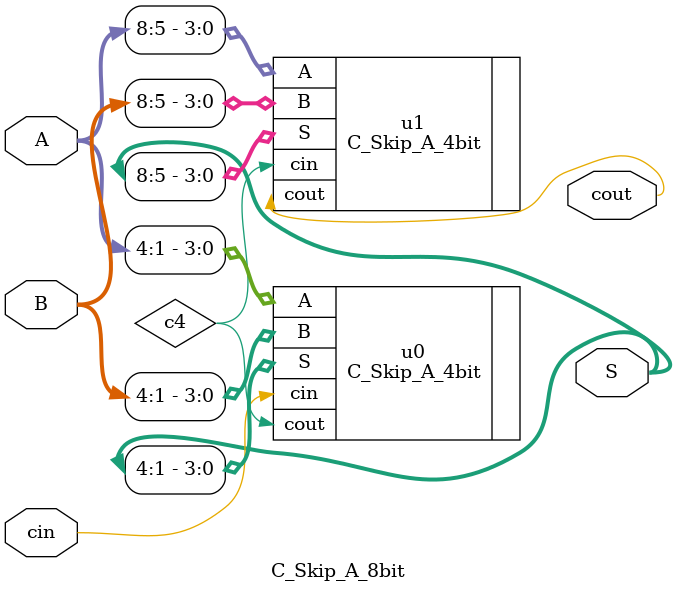
<source format=v>
module C_Skip_A_8bit #(
    parameter width=8
)(
    input wire [width:1] A,
    input wire [width:1] B,
    input wire cin,
    output wire [width:1] S,
    output wire cout
);

    wire c4;

    C_Skip_A_4bit #(.width(4)) u0 (
        .A(A[4:1]),
        .B(B[4:1]),
        .cin(cin),
        .S(S[4:1]),
        .cout(c4)
    );
    C_Skip_A_4bit #(.width(4)) u1 (
        .A(A[8:5]),
        .B(B[8:5]),
        .cin(c4),
        .S(S[8:5]),
        .cout(cout)
    );

endmodule

</source>
